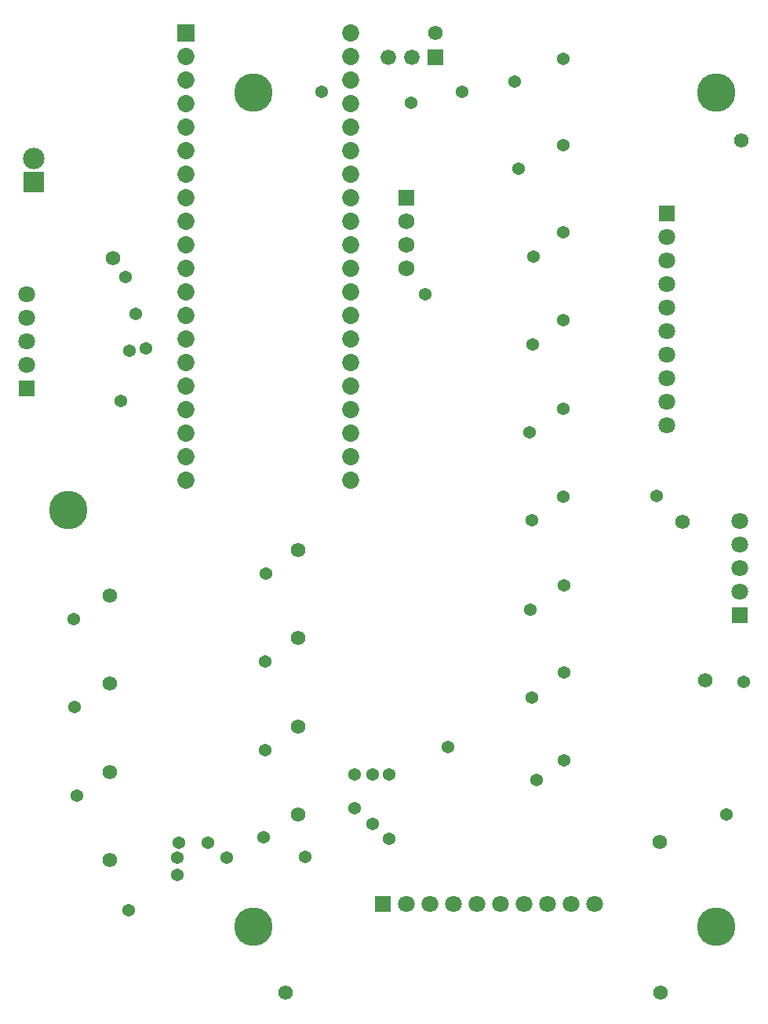
<source format=gbr>
G04 DesignSpark PCB PRO Gerber Version 10.0 Build 5299*
G04 #@! TF.Part,Single*
G04 #@! TF.FileFunction,Soldermask,Bot*
G04 #@! TF.FilePolarity,Negative*
%FSLAX35Y35*%
%MOIN*%
G04 #@! TA.AperFunction,ComponentPad*
%ADD73R,0.06600X0.06600*%
%ADD77R,0.06801X0.06801*%
%ADD27R,0.07096X0.07096*%
%ADD75R,0.07293X0.07293*%
%ADD29R,0.09163X0.09163*%
G04 #@! TA.AperFunction,ViaPad*
%ADD25C,0.05400*%
%ADD26C,0.06200*%
G04 #@! TA.AperFunction,ComponentPad*
%ADD74C,0.06600*%
%ADD78C,0.06801*%
%ADD28C,0.07096*%
%ADD76C,0.07293*%
%ADD72C,0.09163*%
G04 #@! TA.AperFunction,WasherPad*
%ADD104C,0.16348*%
G04 #@! TD.AperFunction*
X0Y0D02*
D02*
D25*
X62061Y200644D03*
X62455Y163242D03*
X63242Y125447D03*
X82140Y293207D03*
X84108Y345919D03*
X85289Y77022D03*
X85683Y314423D03*
X88439Y330171D03*
X92770Y315604D03*
X106156Y91982D03*
Y99069D03*
X106549Y105368D03*
X119148D03*
X127022Y99069D03*
X142770Y107730D03*
X143163Y144738D03*
Y182533D03*
X143557Y219935D03*
X160486Y99463D03*
X167376Y424463D03*
X181352Y120329D03*
Y134502D03*
X188833Y113636D03*
Y134502D03*
X195919Y107337D03*
Y134502D03*
X205368Y419935D03*
X211274Y338439D03*
X221116Y146313D03*
X227022Y424463D03*
X249463Y428990D03*
X251037Y391982D03*
X255762Y279778D03*
X256156Y204581D03*
X256549Y167179D03*
Y242376D03*
X256943Y317179D03*
X257337Y354581D03*
X258518Y132140D03*
X269935Y252612D03*
Y290014D03*
Y327415D03*
Y364817D03*
Y401825D03*
Y438439D03*
X270329Y140407D03*
Y177809D03*
Y214817D03*
X309699Y253006D03*
X339226Y117573D03*
X346707Y173915D03*
D02*
D26*
X77415Y98281D03*
Y135683D03*
Y173085D03*
Y210486D03*
X78596Y353793D03*
X151825Y41982D03*
X157337Y117573D03*
Y154974D03*
Y192376D03*
Y229778D03*
X215604Y449463D03*
X310880Y105762D03*
X311274Y41982D03*
X320722Y241982D03*
X330171Y174659D03*
X345526Y403793D03*
D02*
D27*
X41982Y298675D03*
X193163Y79384D03*
X314030Y372691D03*
X345132Y202219D03*
D02*
D28*
X41982Y308675D03*
Y318675D03*
Y328675D03*
Y338675D03*
X203163Y79384D03*
X213163D03*
X223163D03*
X233163D03*
X243163D03*
X253163D03*
X263163D03*
X273163D03*
X283163D03*
X314030Y282691D03*
Y292691D03*
Y302691D03*
Y312691D03*
Y322691D03*
Y332691D03*
Y342691D03*
Y352691D03*
Y362691D03*
X345132Y212219D03*
Y222219D03*
Y232219D03*
Y242219D03*
D02*
D29*
X45132Y386077D03*
D02*
D72*
Y396077D03*
D02*
D73*
X215604Y439226D03*
D02*
D74*
X195604D03*
X205604D03*
D02*
D75*
X109699Y449463D03*
D02*
D76*
Y259463D03*
Y269463D03*
Y279463D03*
Y289463D03*
Y299463D03*
Y309463D03*
Y319463D03*
Y329463D03*
Y339463D03*
Y349463D03*
Y359463D03*
Y369463D03*
Y379463D03*
Y389463D03*
Y399463D03*
Y409463D03*
Y419463D03*
Y429463D03*
Y439463D03*
X179699Y259463D03*
Y269463D03*
Y279463D03*
Y289463D03*
Y299463D03*
Y309463D03*
Y319463D03*
Y329463D03*
Y339463D03*
Y349463D03*
Y359463D03*
Y369463D03*
Y379463D03*
Y389463D03*
Y399463D03*
Y409463D03*
Y419463D03*
Y429463D03*
Y439463D03*
Y449463D03*
D02*
D77*
X203400Y379384D03*
D02*
D78*
Y349384D03*
Y359384D03*
Y369384D03*
D02*
D104*
X59502Y246904D03*
X138242Y69738D03*
Y424069D03*
X335093Y69738D03*
Y424069D03*
X0Y0D02*
M02*

</source>
